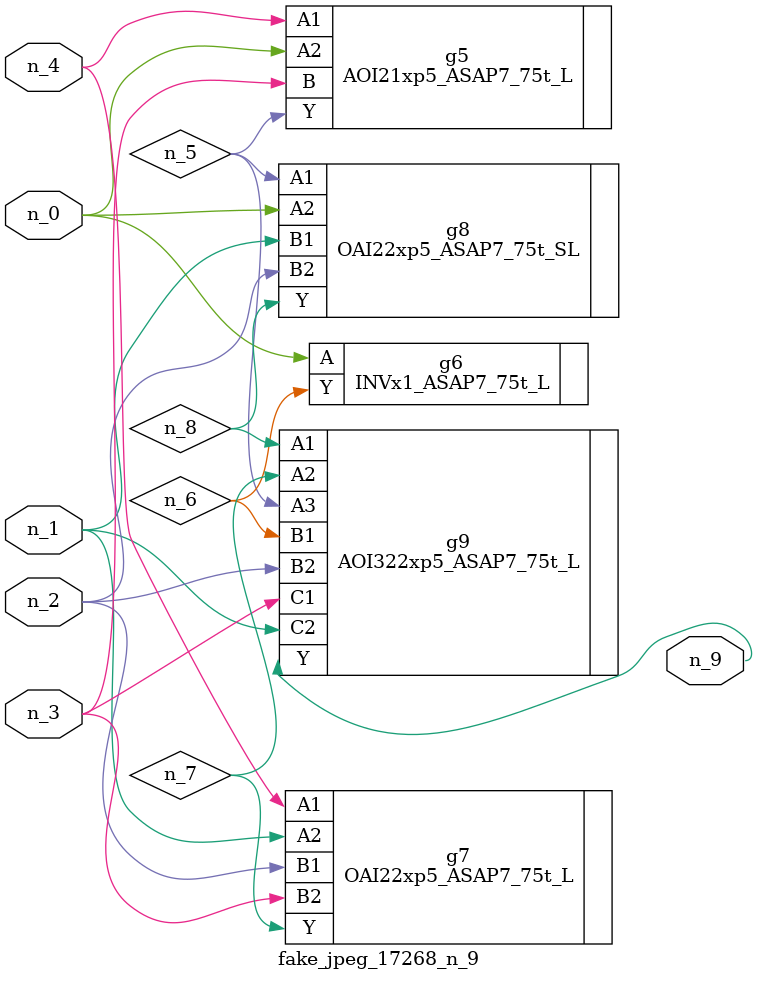
<source format=v>
module fake_jpeg_17268_n_9 (n_3, n_2, n_1, n_0, n_4, n_9);

input n_3;
input n_2;
input n_1;
input n_0;
input n_4;

output n_9;

wire n_8;
wire n_6;
wire n_5;
wire n_7;

AOI21xp5_ASAP7_75t_L g5 ( 
.A1(n_4),
.A2(n_0),
.B(n_3),
.Y(n_5)
);

INVx1_ASAP7_75t_L g6 ( 
.A(n_0),
.Y(n_6)
);

OAI22xp5_ASAP7_75t_L g7 ( 
.A1(n_4),
.A2(n_1),
.B1(n_2),
.B2(n_3),
.Y(n_7)
);

OAI22xp5_ASAP7_75t_SL g8 ( 
.A1(n_5),
.A2(n_0),
.B1(n_1),
.B2(n_2),
.Y(n_8)
);

AOI322xp5_ASAP7_75t_L g9 ( 
.A1(n_8),
.A2(n_7),
.A3(n_5),
.B1(n_6),
.B2(n_2),
.C1(n_3),
.C2(n_1),
.Y(n_9)
);


endmodule
</source>
